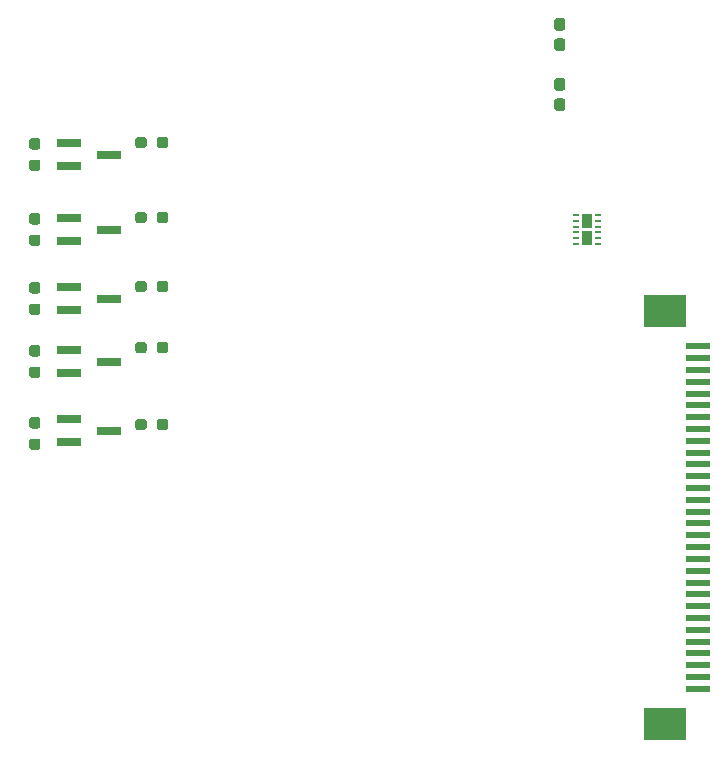
<source format=gtp>
G04 #@! TF.GenerationSoftware,KiCad,Pcbnew,5.1.10-88a1d61d58~88~ubuntu18.04.1*
G04 #@! TF.CreationDate,2021-10-23T19:38:23+09:00*
G04 #@! TF.ProjectId,CameraJigSTM32F446RE_Head,43616d65-7261-44a6-9967-53544d333246,rev?*
G04 #@! TF.SameCoordinates,Original*
G04 #@! TF.FileFunction,Paste,Top*
G04 #@! TF.FilePolarity,Positive*
%FSLAX46Y46*%
G04 Gerber Fmt 4.6, Leading zero omitted, Abs format (unit mm)*
G04 Created by KiCad (PCBNEW 5.1.10-88a1d61d58~88~ubuntu18.04.1) date 2021-10-23 19:38:23*
%MOMM*%
%LPD*%
G01*
G04 APERTURE LIST*
%ADD10R,2.000000X0.610000*%
%ADD11R,3.600000X2.680000*%
%ADD12R,2.000000X0.650000*%
%ADD13R,0.950000X1.170000*%
%ADD14R,0.500000X0.250000*%
G04 APERTURE END LIST*
G04 #@! TO.C,C1*
G36*
G01*
X123968500Y-69212000D02*
X124443500Y-69212000D01*
G75*
G02*
X124681000Y-69449500I0J-237500D01*
G01*
X124681000Y-70049500D01*
G75*
G02*
X124443500Y-70287000I-237500J0D01*
G01*
X123968500Y-70287000D01*
G75*
G02*
X123731000Y-70049500I0J237500D01*
G01*
X123731000Y-69449500D01*
G75*
G02*
X123968500Y-69212000I237500J0D01*
G01*
G37*
G36*
G01*
X123968500Y-70937000D02*
X124443500Y-70937000D01*
G75*
G02*
X124681000Y-71174500I0J-237500D01*
G01*
X124681000Y-71774500D01*
G75*
G02*
X124443500Y-72012000I-237500J0D01*
G01*
X123968500Y-72012000D01*
G75*
G02*
X123731000Y-71774500I0J237500D01*
G01*
X123731000Y-71174500D01*
G75*
G02*
X123968500Y-70937000I237500J0D01*
G01*
G37*
G04 #@! TD*
G04 #@! TO.C,C4*
G36*
G01*
X123968500Y-64132000D02*
X124443500Y-64132000D01*
G75*
G02*
X124681000Y-64369500I0J-237500D01*
G01*
X124681000Y-64969500D01*
G75*
G02*
X124443500Y-65207000I-237500J0D01*
G01*
X123968500Y-65207000D01*
G75*
G02*
X123731000Y-64969500I0J237500D01*
G01*
X123731000Y-64369500D01*
G75*
G02*
X123968500Y-64132000I237500J0D01*
G01*
G37*
G36*
G01*
X123968500Y-65857000D02*
X124443500Y-65857000D01*
G75*
G02*
X124681000Y-66094500I0J-237500D01*
G01*
X124681000Y-66694500D01*
G75*
G02*
X124443500Y-66932000I-237500J0D01*
G01*
X123968500Y-66932000D01*
G75*
G02*
X123731000Y-66694500I0J237500D01*
G01*
X123731000Y-66094500D01*
G75*
G02*
X123968500Y-65857000I237500J0D01*
G01*
G37*
G04 #@! TD*
D10*
G04 #@! TO.C,J2*
X135912000Y-91926000D03*
X135912000Y-92926000D03*
X135912000Y-93926000D03*
X135912000Y-94926000D03*
X135912000Y-95926000D03*
X135912000Y-96926000D03*
X135912000Y-97926000D03*
X135912000Y-98926000D03*
X135912000Y-99926000D03*
X135912000Y-100926000D03*
X135912000Y-101926000D03*
X135912000Y-102926000D03*
X135912000Y-103926000D03*
X135912000Y-104926000D03*
X135912000Y-105926000D03*
X135912000Y-106926000D03*
X135912000Y-107926000D03*
X135912000Y-108926000D03*
X135912000Y-109926000D03*
X135912000Y-110926000D03*
X135912000Y-111926000D03*
X135912000Y-112926000D03*
X135912000Y-113926000D03*
X135912000Y-114926000D03*
X135912000Y-115926000D03*
X135912000Y-116926000D03*
X135912000Y-117926000D03*
X135912000Y-118926000D03*
X135912000Y-119926000D03*
X135912000Y-120926000D03*
D11*
X133112000Y-88936000D03*
X133112000Y-123916000D03*
G04 #@! TD*
D12*
G04 #@! TO.C,Q6*
X82618000Y-98110000D03*
X82618000Y-100010000D03*
X86038000Y-99060000D03*
G04 #@! TD*
G04 #@! TO.C,Q7*
X82618000Y-81092000D03*
X82618000Y-82992000D03*
X86038000Y-82042000D03*
G04 #@! TD*
G04 #@! TO.C,Q8*
X86038000Y-93218000D03*
X82618000Y-94168000D03*
X82618000Y-92268000D03*
G04 #@! TD*
G04 #@! TO.C,Q10*
X86038000Y-87884000D03*
X82618000Y-88834000D03*
X82618000Y-86934000D03*
G04 #@! TD*
G04 #@! TO.C,R7*
G36*
G01*
X79518500Y-97914000D02*
X79993500Y-97914000D01*
G75*
G02*
X80231000Y-98151500I0J-237500D01*
G01*
X80231000Y-98651500D01*
G75*
G02*
X79993500Y-98889000I-237500J0D01*
G01*
X79518500Y-98889000D01*
G75*
G02*
X79281000Y-98651500I0J237500D01*
G01*
X79281000Y-98151500D01*
G75*
G02*
X79518500Y-97914000I237500J0D01*
G01*
G37*
G36*
G01*
X79518500Y-99739000D02*
X79993500Y-99739000D01*
G75*
G02*
X80231000Y-99976500I0J-237500D01*
G01*
X80231000Y-100476500D01*
G75*
G02*
X79993500Y-100714000I-237500J0D01*
G01*
X79518500Y-100714000D01*
G75*
G02*
X79281000Y-100476500I0J237500D01*
G01*
X79281000Y-99976500D01*
G75*
G02*
X79518500Y-99739000I237500J0D01*
G01*
G37*
G04 #@! TD*
G04 #@! TO.C,R8*
G36*
G01*
X79518500Y-82467000D02*
X79993500Y-82467000D01*
G75*
G02*
X80231000Y-82704500I0J-237500D01*
G01*
X80231000Y-83204500D01*
G75*
G02*
X79993500Y-83442000I-237500J0D01*
G01*
X79518500Y-83442000D01*
G75*
G02*
X79281000Y-83204500I0J237500D01*
G01*
X79281000Y-82704500D01*
G75*
G02*
X79518500Y-82467000I237500J0D01*
G01*
G37*
G36*
G01*
X79518500Y-80642000D02*
X79993500Y-80642000D01*
G75*
G02*
X80231000Y-80879500I0J-237500D01*
G01*
X80231000Y-81379500D01*
G75*
G02*
X79993500Y-81617000I-237500J0D01*
G01*
X79518500Y-81617000D01*
G75*
G02*
X79281000Y-81379500I0J237500D01*
G01*
X79281000Y-80879500D01*
G75*
G02*
X79518500Y-80642000I237500J0D01*
G01*
G37*
G04 #@! TD*
G04 #@! TO.C,R9*
G36*
G01*
X79518500Y-91818000D02*
X79993500Y-91818000D01*
G75*
G02*
X80231000Y-92055500I0J-237500D01*
G01*
X80231000Y-92555500D01*
G75*
G02*
X79993500Y-92793000I-237500J0D01*
G01*
X79518500Y-92793000D01*
G75*
G02*
X79281000Y-92555500I0J237500D01*
G01*
X79281000Y-92055500D01*
G75*
G02*
X79518500Y-91818000I237500J0D01*
G01*
G37*
G36*
G01*
X79518500Y-93643000D02*
X79993500Y-93643000D01*
G75*
G02*
X80231000Y-93880500I0J-237500D01*
G01*
X80231000Y-94380500D01*
G75*
G02*
X79993500Y-94618000I-237500J0D01*
G01*
X79518500Y-94618000D01*
G75*
G02*
X79281000Y-94380500I0J237500D01*
G01*
X79281000Y-93880500D01*
G75*
G02*
X79518500Y-93643000I237500J0D01*
G01*
G37*
G04 #@! TD*
G04 #@! TO.C,R14*
G36*
G01*
X90087000Y-98789500D02*
X90087000Y-98314500D01*
G75*
G02*
X90324500Y-98077000I237500J0D01*
G01*
X90824500Y-98077000D01*
G75*
G02*
X91062000Y-98314500I0J-237500D01*
G01*
X91062000Y-98789500D01*
G75*
G02*
X90824500Y-99027000I-237500J0D01*
G01*
X90324500Y-99027000D01*
G75*
G02*
X90087000Y-98789500I0J237500D01*
G01*
G37*
G36*
G01*
X88262000Y-98789500D02*
X88262000Y-98314500D01*
G75*
G02*
X88499500Y-98077000I237500J0D01*
G01*
X88999500Y-98077000D01*
G75*
G02*
X89237000Y-98314500I0J-237500D01*
G01*
X89237000Y-98789500D01*
G75*
G02*
X88999500Y-99027000I-237500J0D01*
G01*
X88499500Y-99027000D01*
G75*
G02*
X88262000Y-98789500I0J237500D01*
G01*
G37*
G04 #@! TD*
G04 #@! TO.C,R15*
G36*
G01*
X88262000Y-81263500D02*
X88262000Y-80788500D01*
G75*
G02*
X88499500Y-80551000I237500J0D01*
G01*
X88999500Y-80551000D01*
G75*
G02*
X89237000Y-80788500I0J-237500D01*
G01*
X89237000Y-81263500D01*
G75*
G02*
X88999500Y-81501000I-237500J0D01*
G01*
X88499500Y-81501000D01*
G75*
G02*
X88262000Y-81263500I0J237500D01*
G01*
G37*
G36*
G01*
X90087000Y-81263500D02*
X90087000Y-80788500D01*
G75*
G02*
X90324500Y-80551000I237500J0D01*
G01*
X90824500Y-80551000D01*
G75*
G02*
X91062000Y-80788500I0J-237500D01*
G01*
X91062000Y-81263500D01*
G75*
G02*
X90824500Y-81501000I-237500J0D01*
G01*
X90324500Y-81501000D01*
G75*
G02*
X90087000Y-81263500I0J237500D01*
G01*
G37*
G04 #@! TD*
G04 #@! TO.C,R16*
G36*
G01*
X88262000Y-92280500D02*
X88262000Y-91805500D01*
G75*
G02*
X88499500Y-91568000I237500J0D01*
G01*
X88999500Y-91568000D01*
G75*
G02*
X89237000Y-91805500I0J-237500D01*
G01*
X89237000Y-92280500D01*
G75*
G02*
X88999500Y-92518000I-237500J0D01*
G01*
X88499500Y-92518000D01*
G75*
G02*
X88262000Y-92280500I0J237500D01*
G01*
G37*
G36*
G01*
X90087000Y-92280500D02*
X90087000Y-91805500D01*
G75*
G02*
X90324500Y-91568000I237500J0D01*
G01*
X90824500Y-91568000D01*
G75*
G02*
X91062000Y-91805500I0J-237500D01*
G01*
X91062000Y-92280500D01*
G75*
G02*
X90824500Y-92518000I-237500J0D01*
G01*
X90324500Y-92518000D01*
G75*
G02*
X90087000Y-92280500I0J237500D01*
G01*
G37*
G04 #@! TD*
G04 #@! TO.C,R18*
G36*
G01*
X79518500Y-88309000D02*
X79993500Y-88309000D01*
G75*
G02*
X80231000Y-88546500I0J-237500D01*
G01*
X80231000Y-89046500D01*
G75*
G02*
X79993500Y-89284000I-237500J0D01*
G01*
X79518500Y-89284000D01*
G75*
G02*
X79281000Y-89046500I0J237500D01*
G01*
X79281000Y-88546500D01*
G75*
G02*
X79518500Y-88309000I237500J0D01*
G01*
G37*
G36*
G01*
X79518500Y-86484000D02*
X79993500Y-86484000D01*
G75*
G02*
X80231000Y-86721500I0J-237500D01*
G01*
X80231000Y-87221500D01*
G75*
G02*
X79993500Y-87459000I-237500J0D01*
G01*
X79518500Y-87459000D01*
G75*
G02*
X79281000Y-87221500I0J237500D01*
G01*
X79281000Y-86721500D01*
G75*
G02*
X79518500Y-86484000I237500J0D01*
G01*
G37*
G04 #@! TD*
G04 #@! TO.C,R21*
G36*
G01*
X90087000Y-87105500D02*
X90087000Y-86630500D01*
G75*
G02*
X90324500Y-86393000I237500J0D01*
G01*
X90824500Y-86393000D01*
G75*
G02*
X91062000Y-86630500I0J-237500D01*
G01*
X91062000Y-87105500D01*
G75*
G02*
X90824500Y-87343000I-237500J0D01*
G01*
X90324500Y-87343000D01*
G75*
G02*
X90087000Y-87105500I0J237500D01*
G01*
G37*
G36*
G01*
X88262000Y-87105500D02*
X88262000Y-86630500D01*
G75*
G02*
X88499500Y-86393000I237500J0D01*
G01*
X88999500Y-86393000D01*
G75*
G02*
X89237000Y-86630500I0J-237500D01*
G01*
X89237000Y-87105500D01*
G75*
G02*
X88999500Y-87343000I-237500J0D01*
G01*
X88499500Y-87343000D01*
G75*
G02*
X88262000Y-87105500I0J237500D01*
G01*
G37*
G04 #@! TD*
D13*
G04 #@! TO.C,U1*
X126492000Y-81357000D03*
X126492000Y-82727000D03*
D14*
X127442000Y-80792000D03*
X127442000Y-81292000D03*
X127442000Y-81792000D03*
X127442000Y-82292000D03*
X127442000Y-82792000D03*
X127442000Y-83292000D03*
X125542000Y-83292000D03*
X125542000Y-82792000D03*
X125542000Y-82292000D03*
X125542000Y-81792000D03*
X125542000Y-81292000D03*
X125542000Y-80792000D03*
G04 #@! TD*
D12*
G04 #@! TO.C,Q1*
X82618000Y-74742000D03*
X82618000Y-76642000D03*
X86038000Y-75692000D03*
G04 #@! TD*
G04 #@! TO.C,R1*
G36*
G01*
X79518500Y-74292000D02*
X79993500Y-74292000D01*
G75*
G02*
X80231000Y-74529500I0J-237500D01*
G01*
X80231000Y-75029500D01*
G75*
G02*
X79993500Y-75267000I-237500J0D01*
G01*
X79518500Y-75267000D01*
G75*
G02*
X79281000Y-75029500I0J237500D01*
G01*
X79281000Y-74529500D01*
G75*
G02*
X79518500Y-74292000I237500J0D01*
G01*
G37*
G36*
G01*
X79518500Y-76117000D02*
X79993500Y-76117000D01*
G75*
G02*
X80231000Y-76354500I0J-237500D01*
G01*
X80231000Y-76854500D01*
G75*
G02*
X79993500Y-77092000I-237500J0D01*
G01*
X79518500Y-77092000D01*
G75*
G02*
X79281000Y-76854500I0J237500D01*
G01*
X79281000Y-76354500D01*
G75*
G02*
X79518500Y-76117000I237500J0D01*
G01*
G37*
G04 #@! TD*
G04 #@! TO.C,R2*
G36*
G01*
X89237000Y-74438500D02*
X89237000Y-74913500D01*
G75*
G02*
X88999500Y-75151000I-237500J0D01*
G01*
X88499500Y-75151000D01*
G75*
G02*
X88262000Y-74913500I0J237500D01*
G01*
X88262000Y-74438500D01*
G75*
G02*
X88499500Y-74201000I237500J0D01*
G01*
X88999500Y-74201000D01*
G75*
G02*
X89237000Y-74438500I0J-237500D01*
G01*
G37*
G36*
G01*
X91062000Y-74438500D02*
X91062000Y-74913500D01*
G75*
G02*
X90824500Y-75151000I-237500J0D01*
G01*
X90324500Y-75151000D01*
G75*
G02*
X90087000Y-74913500I0J237500D01*
G01*
X90087000Y-74438500D01*
G75*
G02*
X90324500Y-74201000I237500J0D01*
G01*
X90824500Y-74201000D01*
G75*
G02*
X91062000Y-74438500I0J-237500D01*
G01*
G37*
G04 #@! TD*
M02*

</source>
